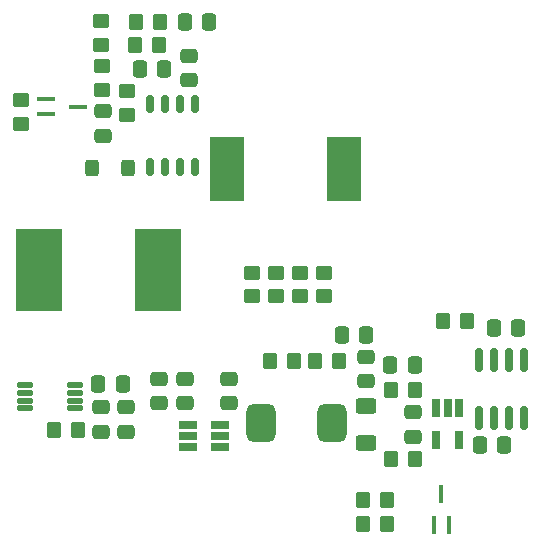
<source format=gbr>
%TF.GenerationSoftware,KiCad,Pcbnew,(6.0.4)*%
%TF.CreationDate,2023-04-05T19:58:25-04:00*%
%TF.ProjectId,charging_on_the_pad,63686172-6769-46e6-975f-6f6e5f746865,rev?*%
%TF.SameCoordinates,Original*%
%TF.FileFunction,Paste,Top*%
%TF.FilePolarity,Positive*%
%FSLAX46Y46*%
G04 Gerber Fmt 4.6, Leading zero omitted, Abs format (unit mm)*
G04 Created by KiCad (PCBNEW (6.0.4)) date 2023-04-05 19:58:25*
%MOMM*%
%LPD*%
G01*
G04 APERTURE LIST*
G04 Aperture macros list*
%AMRoundRect*
0 Rectangle with rounded corners*
0 $1 Rounding radius*
0 $2 $3 $4 $5 $6 $7 $8 $9 X,Y pos of 4 corners*
0 Add a 4 corners polygon primitive as box body*
4,1,4,$2,$3,$4,$5,$6,$7,$8,$9,$2,$3,0*
0 Add four circle primitives for the rounded corners*
1,1,$1+$1,$2,$3*
1,1,$1+$1,$4,$5*
1,1,$1+$1,$6,$7*
1,1,$1+$1,$8,$9*
0 Add four rect primitives between the rounded corners*
20,1,$1+$1,$2,$3,$4,$5,0*
20,1,$1+$1,$4,$5,$6,$7,0*
20,1,$1+$1,$6,$7,$8,$9,0*
20,1,$1+$1,$8,$9,$2,$3,0*%
G04 Aperture macros list end*
%ADD10RoundRect,0.250000X-0.475000X0.337500X-0.475000X-0.337500X0.475000X-0.337500X0.475000X0.337500X0*%
%ADD11RoundRect,0.250000X0.337500X0.475000X-0.337500X0.475000X-0.337500X-0.475000X0.337500X-0.475000X0*%
%ADD12RoundRect,0.250000X0.625000X-0.400000X0.625000X0.400000X-0.625000X0.400000X-0.625000X-0.400000X0*%
%ADD13R,4.000000X7.000000*%
%ADD14RoundRect,0.250000X0.475000X-0.337500X0.475000X0.337500X-0.475000X0.337500X-0.475000X-0.337500X0*%
%ADD15RoundRect,0.250000X0.450000X-0.350000X0.450000X0.350000X-0.450000X0.350000X-0.450000X-0.350000X0*%
%ADD16RoundRect,0.250000X-0.337500X-0.475000X0.337500X-0.475000X0.337500X0.475000X-0.337500X0.475000X0*%
%ADD17R,0.450000X1.500000*%
%ADD18R,1.560000X0.650000*%
%ADD19RoundRect,0.250000X-0.450000X0.350000X-0.450000X-0.350000X0.450000X-0.350000X0.450000X0.350000X0*%
%ADD20RoundRect,0.250000X0.350000X0.450000X-0.350000X0.450000X-0.350000X-0.450000X0.350000X-0.450000X0*%
%ADD21RoundRect,0.112500X-0.587500X-0.112500X0.587500X-0.112500X0.587500X0.112500X-0.587500X0.112500X0*%
%ADD22R,1.500000X0.450000*%
%ADD23RoundRect,0.150000X-0.150000X0.825000X-0.150000X-0.825000X0.150000X-0.825000X0.150000X0.825000X0*%
%ADD24RoundRect,0.150000X-0.150000X0.600000X-0.150000X-0.600000X0.150000X-0.600000X0.150000X0.600000X0*%
%ADD25RoundRect,0.625000X-0.625000X-1.000000X0.625000X-1.000000X0.625000X1.000000X-0.625000X1.000000X0*%
%ADD26RoundRect,0.300000X0.300000X0.400000X-0.300000X0.400000X-0.300000X-0.400000X0.300000X-0.400000X0*%
%ADD27R,0.650000X1.560000*%
%ADD28RoundRect,0.250000X-0.350000X-0.450000X0.350000X-0.450000X0.350000X0.450000X-0.350000X0.450000X0*%
%ADD29R,2.900000X5.400000*%
G04 APERTURE END LIST*
D10*
%TO.C,C28*%
X131445000Y-119231500D03*
X131445000Y-121306500D03*
%TD*%
D11*
%TO.C,C3*%
X153937500Y-113100000D03*
X151862500Y-113100000D03*
%TD*%
D12*
%TO.C,R23*%
X153918750Y-122231250D03*
X153918750Y-119131250D03*
%TD*%
D13*
%TO.C,L3*%
X136263400Y-107594400D03*
X126263400Y-107594400D03*
%TD*%
D14*
%TO.C,C30*%
X153900000Y-117037500D03*
X153900000Y-114962500D03*
%TD*%
D15*
%TO.C,R9*%
X124714000Y-95234000D03*
X124714000Y-93234000D03*
%TD*%
D16*
%TO.C,C31*%
X163562500Y-122400000D03*
X165637500Y-122400000D03*
%TD*%
D15*
%TO.C,R11*%
X131500000Y-88550000D03*
X131500000Y-86550000D03*
%TD*%
D17*
%TO.C,Q5*%
X159650000Y-129219000D03*
X160950000Y-129219000D03*
X160300000Y-126559000D03*
%TD*%
D16*
%TO.C,C4*%
X164722900Y-112500000D03*
X166797900Y-112500000D03*
%TD*%
D18*
%TO.C,U4*%
X141558000Y-122616000D03*
X141558000Y-121666000D03*
X141558000Y-120716000D03*
X138858000Y-120716000D03*
X138858000Y-121666000D03*
X138858000Y-122616000D03*
%TD*%
D10*
%TO.C,C26*%
X133604000Y-119231500D03*
X133604000Y-121306500D03*
%TD*%
D19*
%TO.C,R6*%
X146304000Y-107839000D03*
X146304000Y-109839000D03*
%TD*%
D16*
%TO.C,C23*%
X131262500Y-117300000D03*
X133337500Y-117300000D03*
%TD*%
D20*
%TO.C,R18*%
X151622000Y-115300000D03*
X149622000Y-115300000D03*
%TD*%
D16*
%TO.C,C9*%
X134750900Y-90600000D03*
X136825900Y-90600000D03*
%TD*%
D21*
%TO.C,U6*%
X125014500Y-117389000D03*
X125014500Y-118039000D03*
X125014500Y-118689000D03*
X125014500Y-119339000D03*
X129239500Y-119339000D03*
X129239500Y-118689000D03*
X129239500Y-118039000D03*
X129239500Y-117389000D03*
%TD*%
D20*
%TO.C,R10*%
X136450000Y-86600000D03*
X134450000Y-86600000D03*
%TD*%
D14*
%TO.C,C33*%
X142337500Y-118893500D03*
X142337500Y-116818500D03*
%TD*%
D19*
%TO.C,R8*%
X150368000Y-107839000D03*
X150368000Y-109839000D03*
%TD*%
D22*
%TO.C,Q1*%
X126838400Y-93150000D03*
X126838400Y-94450000D03*
X129498400Y-93800000D03*
%TD*%
D23*
%TO.C,U2*%
X167305000Y-115225000D03*
X166035000Y-115225000D03*
X164765000Y-115225000D03*
X163495000Y-115225000D03*
X163495000Y-120175000D03*
X164765000Y-120175000D03*
X166035000Y-120175000D03*
X167305000Y-120175000D03*
%TD*%
D24*
%TO.C,Q2*%
X139432430Y-93527058D03*
X138162430Y-93527058D03*
X136892430Y-93527058D03*
X135622430Y-93527058D03*
X136892430Y-98888058D03*
X139432430Y-98888058D03*
X135622430Y-98888058D03*
X138162430Y-98888058D03*
%TD*%
D10*
%TO.C,C7*%
X138900000Y-89462500D03*
X138900000Y-91537500D03*
%TD*%
D25*
%TO.C,L2*%
X145037500Y-120600000D03*
X151037500Y-120600000D03*
%TD*%
D14*
%TO.C,C22*%
X138557000Y-118893500D03*
X138557000Y-116818500D03*
%TD*%
D15*
%TO.C,R7*%
X148336000Y-109839000D03*
X148336000Y-107839000D03*
%TD*%
D14*
%TO.C,C20*%
X136398000Y-118893500D03*
X136398000Y-116818500D03*
%TD*%
D26*
%TO.C,D5*%
X133800000Y-99000000D03*
X130700000Y-99000000D03*
%TD*%
D27*
%TO.C,U7*%
X161768750Y-119331250D03*
X160818750Y-119331250D03*
X159868750Y-119331250D03*
X159868750Y-122031250D03*
X161768750Y-122031250D03*
%TD*%
D20*
%TO.C,R25*%
X155686000Y-129159000D03*
X153686000Y-129159000D03*
%TD*%
D19*
%TO.C,R13*%
X131600000Y-90350000D03*
X131600000Y-92350000D03*
%TD*%
D28*
%TO.C,R24*%
X153686000Y-127127000D03*
X155686000Y-127127000D03*
%TD*%
D20*
%TO.C,R12*%
X136350000Y-88600000D03*
X134350000Y-88600000D03*
%TD*%
D14*
%TO.C,C16*%
X157900000Y-121718750D03*
X157900000Y-119643750D03*
%TD*%
D16*
%TO.C,C27*%
X155981250Y-115681250D03*
X158056250Y-115681250D03*
%TD*%
D10*
%TO.C,C10*%
X131622800Y-94161700D03*
X131622800Y-96236700D03*
%TD*%
D28*
%TO.C,R28*%
X156018750Y-117781250D03*
X158018750Y-117781250D03*
%TD*%
%TO.C,R27*%
X156018750Y-123581250D03*
X158018750Y-123581250D03*
%TD*%
D20*
%TO.C,R19*%
X147812000Y-115300000D03*
X145812000Y-115300000D03*
%TD*%
%TO.C,R4*%
X162442400Y-111912400D03*
X160442400Y-111912400D03*
%TD*%
D16*
%TO.C,C8*%
X138562500Y-86600000D03*
X140637500Y-86600000D03*
%TD*%
D20*
%TO.C,R17*%
X129500000Y-121200000D03*
X127500000Y-121200000D03*
%TD*%
D15*
%TO.C,R14*%
X133650000Y-94500000D03*
X133650000Y-92500000D03*
%TD*%
%TO.C,R5*%
X144272000Y-109839000D03*
X144272000Y-107839000D03*
%TD*%
D29*
%TO.C,L1*%
X142150000Y-99050000D03*
X152050000Y-99050000D03*
%TD*%
M02*

</source>
